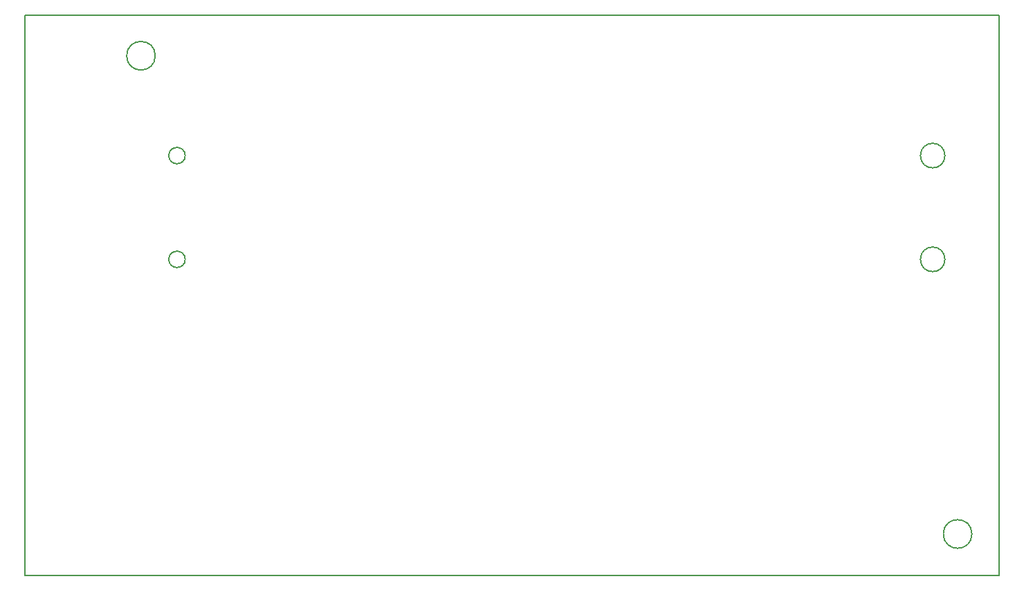
<source format=gbr>
%FSLAX34Y34*%
%MOMM*%
%LNOUTLINE*%
G71*
G01*
%ADD10C,0.200*%
%ADD11C,0.150*%
%LPD*%
G54D10*
X10319Y792162D02*
X1201738Y792162D01*
X1201738Y106362D01*
X10319Y106362D01*
X10319Y792162D01*
G54D11*
G75*
G01X206056Y619919D02*
G03X206056Y619919I-10000J0D01*
G01*
G54D11*
G75*
G01X206056Y492919D02*
G03X206056Y492919I-10000J0D01*
G01*
G54D11*
G75*
G01X1135775Y619919D02*
G03X1135775Y619919I-15000J0D01*
G01*
G54D11*
G75*
G01X1135775Y492919D02*
G03X1135775Y492919I-15000J0D01*
G01*
G54D11*
G75*
G01X1168834Y156766D02*
G03X1168834Y156766I-17500J0D01*
G01*
G54D11*
G75*
G01X169503Y742157D02*
G03X169503Y742157I-17500J0D01*
G01*
M02*

</source>
